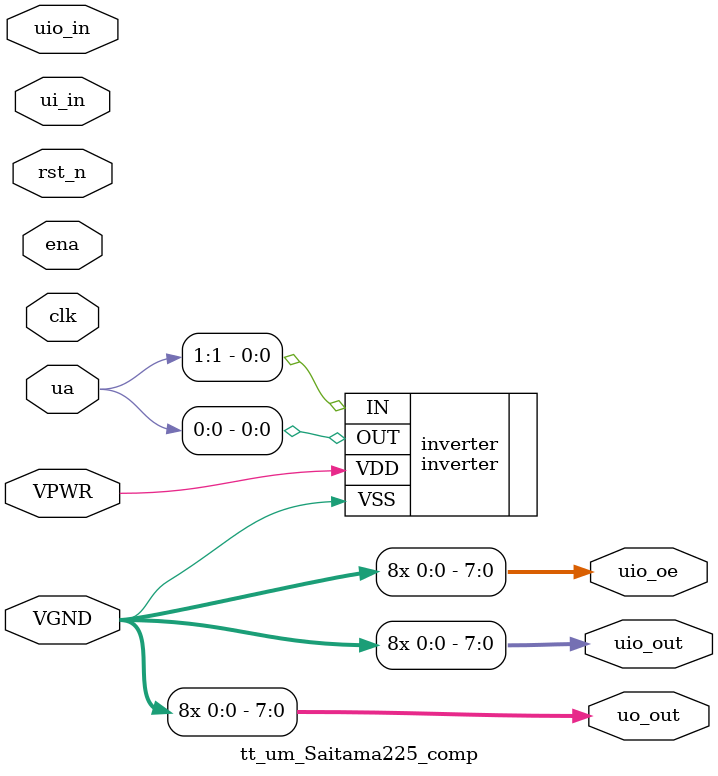
<source format=v>
/*
 * Copyright (c) 2024 Your Name
 * SPDX-License-Identifier: Apache-2.0
 */

`default_nettype none

module tt_um_Saitama225_comp (
    input  wire       VGND,
    input  wire       VPWR,
    input  wire [7:0] ui_in,    // Dedicated inputs
    output wire [7:0] uo_out,   // Dedicated outputs
    input  wire [7:0] uio_in,   // IOs: Input path
    output wire [7:0] uio_out,  // IOs: Output path
    output wire [7:0] uio_oe,   // IOs: Enable path (active high: 0=input, 1=output)
    inout  wire [7:0] ua,       // Analog pins, only ua[5:0] can be used
    input  wire       ena,      // always 1 when the design is powered, so you can ignore it
    input  wire       clk,      // clock
    input  wire       rst_n     // reset_n - low to reset
);

  inverter inverter(
	  .VDD(VPWR),
	  .VSS(VGND),
	  .IN(ua[1]),
	  .OUT(ua[0])
  );

  assign uo_out[0] = VGND;
  assign uo_out[1] = VGND;
  assign uo_out[2] = VGND;
  assign uo_out[3] = VGND;
  assign uo_out[4] = VGND;
  assign uo_out[5] = VGND;
  assign uo_out[6] = VGND;
  assign uo_out[7] = VGND;

  assign uio_oe[0] = VGND;
  assign uio_oe[1] = VGND;
  assign uio_oe[2] = VGND;
  assign uio_oe[3] = VGND;
  assign uio_oe[4] = VGND;
  assign uio_oe[5] = VGND;
  assign uio_oe[6] = VGND;
  assign uio_oe[7] = VGND;

  assign uio_out[0] = VGND;
  assign uio_out[1] = VGND;
  assign uio_out[2] = VGND;
  assign uio_out[3] = VGND;
  assign uio_out[4] = VGND;
  assign uio_out[5] = VGND;
  assign uio_out[6] = VGND;
  assign uio_out[7] = VGND;


endmodule

</source>
